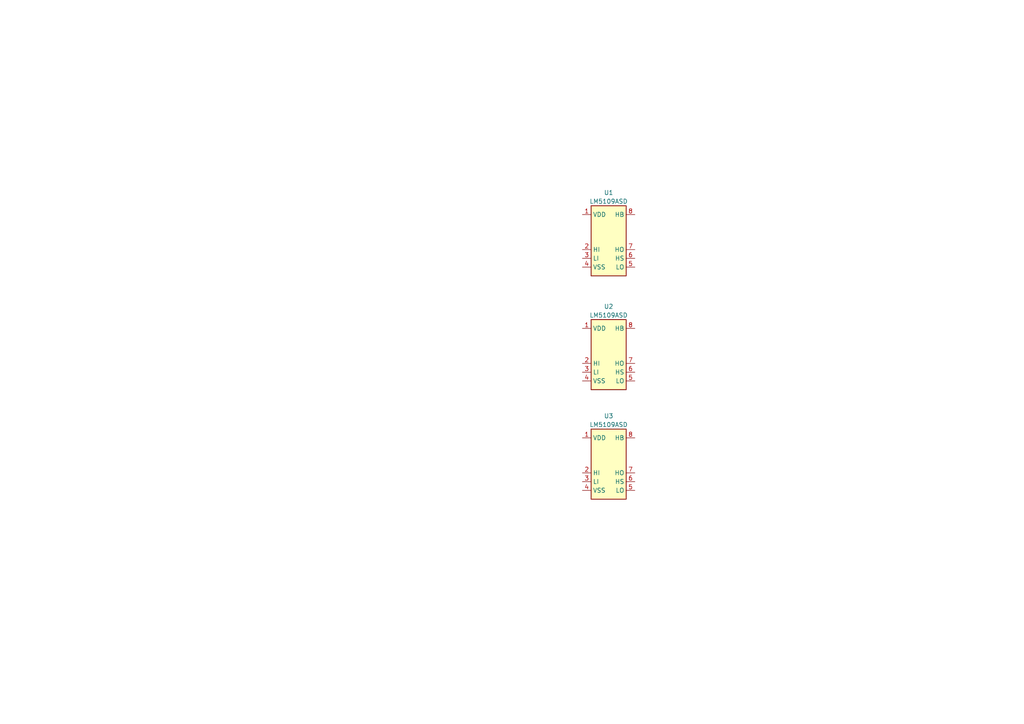
<source format=kicad_sch>
(kicad_sch (version 20230121) (generator eeschema)

  (uuid b5baede9-b166-4f07-8593-00c9cc4b2429)

  (paper "A4")

  (lib_symbols
    (symbol "Driver_FET:LM5109ASD" (in_bom yes) (on_board yes)
      (property "Reference" "U" (at 0 13.97 0)
        (effects (font (size 1.27 1.27)))
      )
      (property "Value" "LM5109ASD" (at 0 11.43 0)
        (effects (font (size 1.27 1.27)))
      )
      (property "Footprint" "Package_SON:WSON-8-1EP_4x4mm_P0.8mm_EP2.6x3mm" (at 0 -15.24 0)
        (effects (font (size 1.27 1.27) italic) hide)
      )
      (property "Datasheet" "http://www.ti.com/lit/ds/symlink/lm5109a.pdf" (at 0 0 0)
        (effects (font (size 1.27 1.27)) hide)
      )
      (property "ki_keywords" "Half-Bridge Gate Driver" (at 0 0 0)
        (effects (font (size 1.27 1.27)) hide)
      )
      (property "ki_description" "Half-Bridge Gate Driver, Output Current 1.0A, 100V, WSON-8" (at 0 0 0)
        (effects (font (size 1.27 1.27)) hide)
      )
      (property "ki_fp_filters" "WSON*1EP*4x4mm*P0.8mm*" (at 0 0 0)
        (effects (font (size 1.27 1.27)) hide)
      )
      (symbol "LM5109ASD_0_1"
        (rectangle (start -5.08 -10.16) (end 5.08 10.16)
          (stroke (width 0.254) (type default))
          (fill (type background))
        )
      )
      (symbol "LM5109ASD_1_1"
        (pin power_in line (at -7.62 7.62 0) (length 2.54)
          (name "VDD" (effects (font (size 1.27 1.27))))
          (number "1" (effects (font (size 1.27 1.27))))
        )
        (pin input line (at -7.62 -2.54 0) (length 2.54)
          (name "HI" (effects (font (size 1.27 1.27))))
          (number "2" (effects (font (size 1.27 1.27))))
        )
        (pin input line (at -7.62 -5.08 0) (length 2.54)
          (name "LI" (effects (font (size 1.27 1.27))))
          (number "3" (effects (font (size 1.27 1.27))))
        )
        (pin power_in line (at -7.62 -7.62 0) (length 2.54)
          (name "VSS" (effects (font (size 1.27 1.27))))
          (number "4" (effects (font (size 1.27 1.27))))
        )
        (pin output line (at 7.62 -7.62 180) (length 2.54)
          (name "LO" (effects (font (size 1.27 1.27))))
          (number "5" (effects (font (size 1.27 1.27))))
        )
        (pin passive line (at 7.62 -5.08 180) (length 2.54)
          (name "HS" (effects (font (size 1.27 1.27))))
          (number "6" (effects (font (size 1.27 1.27))))
        )
        (pin output line (at 7.62 -2.54 180) (length 2.54)
          (name "HO" (effects (font (size 1.27 1.27))))
          (number "7" (effects (font (size 1.27 1.27))))
        )
        (pin passive line (at 7.62 7.62 180) (length 2.54)
          (name "HB" (effects (font (size 1.27 1.27))))
          (number "8" (effects (font (size 1.27 1.27))))
        )
        (pin passive line (at -7.62 -7.62 0) (length 2.54) hide
          (name "VSS" (effects (font (size 1.27 1.27))))
          (number "9" (effects (font (size 1.27 1.27))))
        )
      )
    )
  )


  (symbol (lib_id "Driver_FET:LM5109ASD") (at 176.53 134.62 0) (unit 1)
    (in_bom yes) (on_board yes) (dnp no) (fields_autoplaced)
    (uuid 0482150f-d54d-49df-ae18-63e107b7fc3d)
    (property "Reference" "U3" (at 176.53 120.65 0)
      (effects (font (size 1.27 1.27)))
    )
    (property "Value" "LM5109ASD" (at 176.53 123.19 0)
      (effects (font (size 1.27 1.27)))
    )
    (property "Footprint" "Package_SON:WSON-8-1EP_4x4mm_P0.8mm_EP2.6x3mm" (at 176.53 149.86 0)
      (effects (font (size 1.27 1.27) italic) hide)
    )
    (property "Datasheet" "http://www.ti.com/lit/ds/symlink/lm5109a.pdf" (at 176.53 134.62 0)
      (effects (font (size 1.27 1.27)) hide)
    )
    (pin "1" (uuid 02078d2c-27e2-4131-ad2f-c7d90762278e))
    (pin "2" (uuid 265d2071-8e7e-4908-82d5-bdaa0833833a))
    (pin "3" (uuid d3c3137a-3231-4945-a5b8-5133f9f543d5))
    (pin "4" (uuid 649f49d0-e99d-4f65-b9cd-f771e9433062))
    (pin "5" (uuid 7392adf0-f3d9-492f-9b9b-2878ed516c50))
    (pin "6" (uuid b648d873-9089-4996-ac81-665f0ee43c7e))
    (pin "7" (uuid 1f111716-e753-4c1a-9cb0-888efb3636d4))
    (pin "8" (uuid 124e2bed-0484-4394-b144-4f2792f0823b))
    (pin "9" (uuid 3a669765-2a39-4e6c-b500-c6022eb7bffe))
    (instances
      (project "asmTest"
        (path "/b5baede9-b166-4f07-8593-00c9cc4b2429"
          (reference "U3") (unit 1)
        )
      )
    )
  )

  (symbol (lib_id "Driver_FET:LM5109ASD") (at 176.53 69.85 0) (unit 1)
    (in_bom yes) (on_board yes) (dnp no) (fields_autoplaced)
    (uuid a58acfb9-5a80-44e5-8092-fc0b9368509c)
    (property "Reference" "U1" (at 176.53 55.88 0)
      (effects (font (size 1.27 1.27)))
    )
    (property "Value" "LM5109ASD" (at 176.53 58.42 0)
      (effects (font (size 1.27 1.27)))
    )
    (property "Footprint" "Package_SON:WSON-8-1EP_4x4mm_P0.8mm_EP2.6x3mm" (at 176.53 85.09 0)
      (effects (font (size 1.27 1.27) italic) hide)
    )
    (property "Datasheet" "http://www.ti.com/lit/ds/symlink/lm5109a.pdf" (at 176.53 69.85 0)
      (effects (font (size 1.27 1.27)) hide)
    )
    (pin "1" (uuid 47bc856e-ffeb-4dc9-9479-fa3fa1922799))
    (pin "2" (uuid 95813ea0-edfe-43c8-b406-01335f91a9cc))
    (pin "3" (uuid 45b54115-cfee-45fb-b84a-7b9be46e2d49))
    (pin "4" (uuid 6fc3fa5a-4969-41a6-9cb4-894c77b08023))
    (pin "5" (uuid 538a09f1-bc8c-4df0-a7d1-4aa89fc5549c))
    (pin "6" (uuid 95af79a8-5127-4e0e-8d40-5c0010e21ea2))
    (pin "7" (uuid efb431d3-a259-4aae-86a2-8ab86b894c14))
    (pin "8" (uuid 2f776766-b6ac-4c45-a507-85c792e6da3d))
    (pin "9" (uuid 3fcdd371-aeff-43ab-ada3-87df5947c7c6))
    (instances
      (project "asmTest"
        (path "/b5baede9-b166-4f07-8593-00c9cc4b2429"
          (reference "U1") (unit 1)
        )
      )
    )
  )

  (symbol (lib_id "Driver_FET:LM5109ASD") (at 176.53 102.87 0) (unit 1)
    (in_bom yes) (on_board yes) (dnp no) (fields_autoplaced)
    (uuid f246ffda-915f-4c2d-ace0-b448ef2c542e)
    (property "Reference" "U2" (at 176.53 88.9 0)
      (effects (font (size 1.27 1.27)))
    )
    (property "Value" "LM5109ASD" (at 176.53 91.44 0)
      (effects (font (size 1.27 1.27)))
    )
    (property "Footprint" "Package_SON:WSON-8-1EP_4x4mm_P0.8mm_EP2.6x3mm" (at 176.53 118.11 0)
      (effects (font (size 1.27 1.27) italic) hide)
    )
    (property "Datasheet" "http://www.ti.com/lit/ds/symlink/lm5109a.pdf" (at 176.53 102.87 0)
      (effects (font (size 1.27 1.27)) hide)
    )
    (pin "1" (uuid 09593a16-0c29-43c0-818a-9760cb5e2da3))
    (pin "2" (uuid 296ccecc-7c9f-44c7-824b-04c1caa4d6d4))
    (pin "3" (uuid 373bb6ef-87f4-433c-95ee-3aac375ad652))
    (pin "4" (uuid 2cd618ed-a1d0-482e-9560-53601a82f199))
    (pin "5" (uuid 3f8fb099-8faa-4729-b23f-25d57f76fcea))
    (pin "6" (uuid 4069ac3f-51d4-4723-80f2-5fc1c4ea098c))
    (pin "7" (uuid ecbd7281-c7c0-477d-a611-62940cdad4d0))
    (pin "8" (uuid 8301355a-e453-4105-8068-fe762f2f10b2))
    (pin "9" (uuid 6cd685e8-4efd-45eb-8a75-e747e279a4a9))
    (instances
      (project "asmTest"
        (path "/b5baede9-b166-4f07-8593-00c9cc4b2429"
          (reference "U2") (unit 1)
        )
      )
    )
  )

  (sheet_instances
    (path "/" (page "1"))
  )
)

</source>
